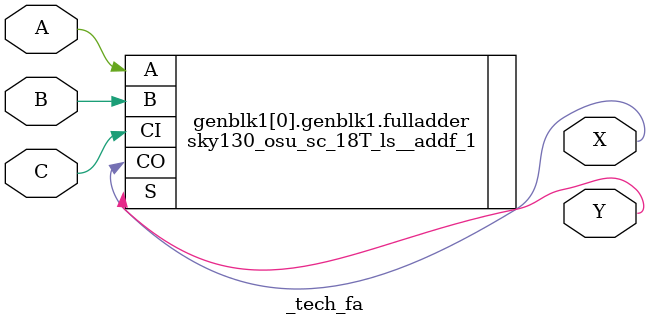
<source format=v>

(* techmap_celltype = "$fa" *)
module _tech_fa (A, B, C, X, Y);
  parameter WIDTH = 1;
  (* force_downto *)
    input [WIDTH-1 : 0] A, B, C;
  (* force_downto *)
    output [WIDTH-1 : 0] X, Y;
  
  parameter _TECHMAP_CONSTVAL_A_ = WIDTH'bx;
  parameter _TECHMAP_CONSTVAL_B_ = WIDTH'bx;
  parameter _TECHMAP_CONSTVAL_C_ = WIDTH'bx;
  
  genvar i;
  generate for (i = 0; i < WIDTH; i = i + 1) begin
      if (_TECHMAP_CONSTVAL_A_[i] === 1'b0 || _TECHMAP_CONSTVAL_B_[i] === 1'b0 || _TECHMAP_CONSTVAL_C_[i] === 1'b0) begin
        if (_TECHMAP_CONSTVAL_C_[i] === 1'b0) begin
          sky130_osu_sc_18T_ls__addh_1 halfadder_Cconst (
              .A(A[i]),
              .B(B[i]),
              .CO(X[i]), .S(Y[i])
            );
        end 
        else begin
          if (_TECHMAP_CONSTVAL_B_[i] === 1'b0) begin
            sky130_osu_sc_18T_ls__addh_1 halfadder_Bconst (
                .A(A[i]),
                .B(C[i]),
                .CO(X[i]), .S(Y[i])
              );
          end
          else begin
            sky130_osu_sc_18T_ls__addh_1 halfadder_Aconst (
                .A(B[i]),
                .B(C[i]),
                .CO(X[i]), .S(Y[i])
              );
          end
        end
      end
      else begin
        sky130_osu_sc_18T_ls__addf_1 fulladder (
            .A(A[i]), .B(B[i]), .CI(C[i]), .CO(X[i]), .S(Y[i])
          );
      end
    end endgenerate

endmodule

</source>
